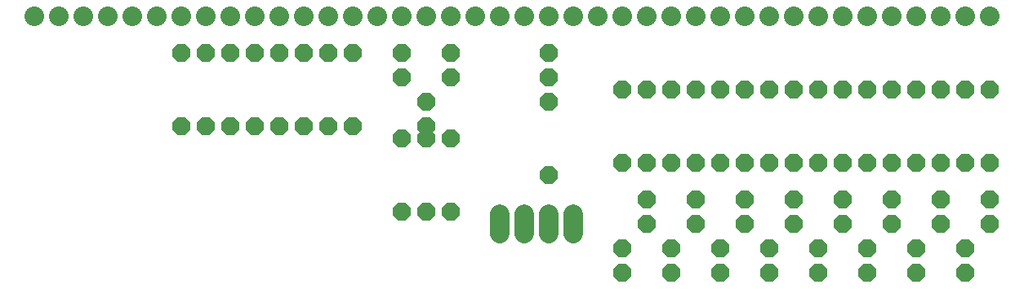
<source format=gbr>
G04 EAGLE Gerber RS-274X export*
G75*
%MOMM*%
%FSLAX34Y34*%
%LPD*%
%INTop Copper*%
%IPPOS*%
%AMOC8*
5,1,8,0,0,1.08239X$1,22.5*%
G01*
%ADD10C,2.032000*%
%ADD11C,2.032000*%
%ADD12P,1.979475X8X292.500000*%
%ADD13P,1.979475X8X112.500000*%


D10*
X1574800Y977900D03*
X1549400Y977900D03*
X1524000Y977900D03*
X1498600Y977900D03*
X1473200Y977900D03*
X1447800Y977900D03*
X1422400Y977900D03*
X1397000Y977900D03*
X1371600Y977900D03*
X1346200Y977900D03*
X1320800Y977900D03*
X1295400Y977900D03*
X1270000Y977900D03*
X1244600Y977900D03*
X1219200Y977900D03*
X1193800Y977900D03*
X1168400Y977900D03*
X1143000Y977900D03*
X1117600Y977900D03*
X1092200Y977900D03*
X1066800Y977900D03*
X1041400Y977900D03*
X1016000Y977900D03*
X990600Y977900D03*
X965200Y977900D03*
X939800Y977900D03*
X914400Y977900D03*
X889000Y977900D03*
X863600Y977900D03*
X838200Y977900D03*
X812800Y977900D03*
X787400Y977900D03*
X762000Y977900D03*
X736600Y977900D03*
X711200Y977900D03*
X685800Y977900D03*
X660400Y977900D03*
X635000Y977900D03*
X609600Y977900D03*
X584200Y977900D03*
D11*
X1143000Y772160D02*
X1143000Y751840D01*
X1117600Y751840D02*
X1117600Y772160D01*
X1092200Y772160D02*
X1092200Y751840D01*
X1066800Y751840D02*
X1066800Y772160D01*
D12*
X1574800Y787400D03*
X1574800Y762000D03*
X1346200Y736600D03*
X1346200Y711200D03*
X1320800Y787400D03*
X1320800Y762000D03*
X1295400Y736600D03*
X1295400Y711200D03*
X1270000Y787400D03*
X1270000Y762000D03*
X1244600Y736600D03*
X1244600Y711200D03*
X1219200Y787400D03*
X1219200Y762000D03*
X1193800Y736600D03*
X1193800Y711200D03*
X1549400Y736600D03*
X1549400Y711200D03*
X1524000Y787400D03*
X1524000Y762000D03*
X1498600Y736600D03*
X1498600Y711200D03*
X1473200Y787400D03*
X1473200Y762000D03*
X1447800Y736600D03*
X1447800Y711200D03*
X1422400Y787400D03*
X1422400Y762000D03*
X1397000Y736600D03*
X1397000Y711200D03*
X1371600Y787400D03*
X1371600Y762000D03*
X1574800Y901700D03*
X1574800Y825500D03*
X1346200Y901700D03*
X1346200Y825500D03*
X1320800Y901700D03*
X1320800Y825500D03*
X1295400Y901700D03*
X1295400Y825500D03*
X1270000Y901700D03*
X1270000Y825500D03*
X1244600Y901700D03*
X1244600Y825500D03*
X1219200Y901700D03*
X1219200Y825500D03*
X1193800Y901700D03*
X1193800Y825500D03*
D13*
X736600Y863600D03*
X736600Y939800D03*
X762000Y863600D03*
X762000Y939800D03*
X787400Y863600D03*
X787400Y939800D03*
D12*
X1549400Y901700D03*
X1549400Y825500D03*
D13*
X812800Y863600D03*
X812800Y939800D03*
X838200Y863600D03*
X838200Y939800D03*
X863600Y863600D03*
X863600Y939800D03*
X889000Y863600D03*
X889000Y939800D03*
X914400Y863600D03*
X914400Y939800D03*
D12*
X1117600Y889000D03*
X1117600Y812800D03*
X1016000Y850900D03*
X1016000Y774700D03*
X990600Y850900D03*
X990600Y774700D03*
X965200Y850900D03*
X965200Y774700D03*
X1524000Y901700D03*
X1524000Y825500D03*
X1498600Y901700D03*
X1498600Y825500D03*
X1473200Y901700D03*
X1473200Y825500D03*
X1447800Y901700D03*
X1447800Y825500D03*
X1422400Y901700D03*
X1422400Y825500D03*
X1397000Y901700D03*
X1397000Y825500D03*
X1371600Y901700D03*
X1371600Y825500D03*
D13*
X1117600Y914400D03*
X1117600Y939800D03*
X1016000Y914400D03*
X1016000Y939800D03*
X990600Y863600D03*
X990600Y889000D03*
X965200Y914400D03*
X965200Y939800D03*
M02*

</source>
